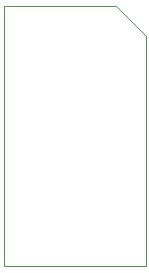
<source format=gbr>
%TF.GenerationSoftware,KiCad,Pcbnew,(5.1.7)-1*%
%TF.CreationDate,2020-11-22T12:40:58+01:00*%
%TF.ProjectId,simcardsniffer,73696d63-6172-4647-936e-69666665722e,rev?*%
%TF.SameCoordinates,PX7270e00PY6516e80*%
%TF.FileFunction,Profile,NP*%
%FSLAX46Y46*%
G04 Gerber Fmt 4.6, Leading zero omitted, Abs format (unit mm)*
G04 Created by KiCad (PCBNEW (5.1.7)-1) date 2020-11-22 12:40:58*
%MOMM*%
%LPD*%
G01*
G04 APERTURE LIST*
%TA.AperFunction,Profile*%
%ADD10C,0.050000*%
%TD*%
G04 APERTURE END LIST*
D10*
X9000000Y22000000D02*
X9500000Y22000000D01*
X12000000Y19500000D02*
X12000000Y19000000D01*
X9500000Y22000000D02*
X12000000Y19500000D01*
X0Y22000000D02*
X9000000Y22000000D01*
X12000000Y0D02*
X12000000Y19000000D01*
X0Y0D02*
X12000000Y0D01*
X0Y22000000D02*
X0Y0D01*
M02*

</source>
